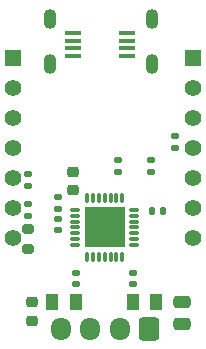
<source format=gbr>
%TF.GenerationSoftware,KiCad,Pcbnew,8.0.8*%
%TF.CreationDate,2025-03-31T18:12:56-07:00*%
%TF.ProjectId,stoplight,73746f70-6c69-4676-9874-2e6b69636164,0.1*%
%TF.SameCoordinates,Original*%
%TF.FileFunction,Soldermask,Bot*%
%TF.FilePolarity,Negative*%
%FSLAX46Y46*%
G04 Gerber Fmt 4.6, Leading zero omitted, Abs format (unit mm)*
G04 Created by KiCad (PCBNEW 8.0.8) date 2025-03-31 18:12:56*
%MOMM*%
%LPD*%
G01*
G04 APERTURE LIST*
G04 Aperture macros list*
%AMRoundRect*
0 Rectangle with rounded corners*
0 $1 Rounding radius*
0 $2 $3 $4 $5 $6 $7 $8 $9 X,Y pos of 4 corners*
0 Add a 4 corners polygon primitive as box body*
4,1,4,$2,$3,$4,$5,$6,$7,$8,$9,$2,$3,0*
0 Add four circle primitives for the rounded corners*
1,1,$1+$1,$2,$3*
1,1,$1+$1,$4,$5*
1,1,$1+$1,$6,$7*
1,1,$1+$1,$8,$9*
0 Add four rect primitives between the rounded corners*
20,1,$1+$1,$2,$3,$4,$5,0*
20,1,$1+$1,$4,$5,$6,$7,0*
20,1,$1+$1,$6,$7,$8,$9,0*
20,1,$1+$1,$8,$9,$2,$3,0*%
G04 Aperture macros list end*
%ADD10RoundRect,0.250000X0.600000X0.725000X-0.600000X0.725000X-0.600000X-0.725000X0.600000X-0.725000X0*%
%ADD11O,1.700000X1.950000*%
%ADD12R,1.400000X1.400000*%
%ADD13C,1.400000*%
%ADD14O,1.100000X1.700000*%
%ADD15RoundRect,0.250000X-0.475000X0.250000X-0.475000X-0.250000X0.475000X-0.250000X0.475000X0.250000X0*%
%ADD16RoundRect,0.140000X0.170000X-0.140000X0.170000X0.140000X-0.170000X0.140000X-0.170000X-0.140000X0*%
%ADD17R,1.130000X1.380000*%
%ADD18RoundRect,0.135000X-0.185000X0.135000X-0.185000X-0.135000X0.185000X-0.135000X0.185000X0.135000X0*%
%ADD19RoundRect,0.140000X-0.140000X-0.170000X0.140000X-0.170000X0.140000X0.170000X-0.140000X0.170000X0*%
%ADD20RoundRect,0.225000X-0.250000X0.225000X-0.250000X-0.225000X0.250000X-0.225000X0.250000X0.225000X0*%
%ADD21RoundRect,0.200000X0.275000X-0.200000X0.275000X0.200000X-0.275000X0.200000X-0.275000X-0.200000X0*%
%ADD22R,1.400000X0.410000*%
%ADD23RoundRect,0.135000X0.185000X-0.135000X0.185000X0.135000X-0.185000X0.135000X-0.185000X-0.135000X0*%
%ADD24O,0.900000X0.280000*%
%ADD25O,0.280000X0.900000*%
%ADD26R,3.500000X3.500000*%
%ADD27RoundRect,0.225000X0.250000X-0.225000X0.250000X0.225000X-0.250000X0.225000X-0.250000X-0.225000X0*%
G04 APERTURE END LIST*
D10*
%TO.C,J1*%
X154000000Y-94300000D03*
D11*
X151500000Y-94300000D03*
X149000000Y-94300000D03*
X146500000Y-94300000D03*
%TD*%
D12*
%TO.C,H1*%
X142484800Y-71348982D03*
D13*
X142484800Y-73888982D03*
X142484800Y-76428982D03*
X142484800Y-78968982D03*
X142484800Y-81508982D03*
X142484800Y-84048982D03*
X142484800Y-86588982D03*
%TD*%
D12*
%TO.C,H2*%
X157724800Y-71348982D03*
D13*
X157724800Y-73888982D03*
X157724800Y-76428982D03*
X157724800Y-78968982D03*
X157724800Y-81508982D03*
X157724800Y-84048982D03*
X157724800Y-86588982D03*
%TD*%
D14*
%TO.C,USB1*%
X154240000Y-71810000D03*
X154240000Y-68000000D03*
X145600000Y-71810000D03*
X145600000Y-68000000D03*
%TD*%
D15*
%TO.C,C18*%
X156800000Y-92000000D03*
X156800000Y-93900000D03*
%TD*%
D16*
%TO.C,C15*%
X147800000Y-90480000D03*
X147800000Y-89520000D03*
%TD*%
D17*
%TO.C,R9*%
X152600000Y-92000000D03*
X154600000Y-92000000D03*
%TD*%
D18*
%TO.C,R6*%
X151374800Y-79971800D03*
X151374800Y-80991800D03*
%TD*%
D19*
%TO.C,C17*%
X154196800Y-84302982D03*
X155156800Y-84302982D03*
%TD*%
D16*
%TO.C,C11*%
X146294800Y-85914800D03*
X146294800Y-84954800D03*
%TD*%
D20*
%TO.C,C14*%
X144100000Y-92025000D03*
X144100000Y-93575000D03*
%TD*%
D18*
%TO.C,R12*%
X156200800Y-77950982D03*
X156200800Y-78970982D03*
%TD*%
%TO.C,R7*%
X154168800Y-79982982D03*
X154168800Y-81002982D03*
%TD*%
%TO.C,R11*%
X143754800Y-83728982D03*
X143754800Y-84748982D03*
%TD*%
D21*
%TO.C,R13*%
X143754800Y-87476982D03*
X143754800Y-85826982D03*
%TD*%
D22*
%TO.C,U4*%
X152150800Y-69214800D03*
X152150800Y-69864800D03*
X152150800Y-70524800D03*
X152150800Y-71174800D03*
X147550800Y-71174800D03*
X147550800Y-70524800D03*
X147550800Y-69864800D03*
X147550800Y-69214800D03*
%TD*%
D17*
%TO.C,R8*%
X147800000Y-92000000D03*
X145800000Y-92000000D03*
%TD*%
D16*
%TO.C,C12*%
X146294800Y-84084800D03*
X146294800Y-83124800D03*
%TD*%
D23*
%TO.C,R10*%
X143754800Y-82208982D03*
X143754800Y-81188982D03*
%TD*%
D24*
%TO.C,U3*%
X147731800Y-87188800D03*
X147731800Y-86688800D03*
X147731800Y-86188800D03*
X147731800Y-85688800D03*
X147731800Y-85188800D03*
X147731800Y-84688800D03*
X147731800Y-84188800D03*
D25*
X148731800Y-83188800D03*
X149231800Y-83188800D03*
X149731800Y-83188800D03*
X150231800Y-83188800D03*
X150731800Y-83188800D03*
X151231800Y-83188800D03*
X151731800Y-83188800D03*
D24*
X152731800Y-84188800D03*
X152731800Y-84688800D03*
X152731800Y-85188800D03*
X152731800Y-85688800D03*
X152731800Y-86188800D03*
X152731800Y-86688800D03*
X152731800Y-87188800D03*
D25*
X151731800Y-88188800D03*
X151231800Y-88188800D03*
X150731800Y-88188800D03*
X150231800Y-88188800D03*
X149731800Y-88188800D03*
X149231800Y-88188800D03*
X148731800Y-88188800D03*
D26*
X150231800Y-85688800D03*
%TD*%
D27*
%TO.C,C13*%
X147564800Y-82537982D03*
X147564800Y-80987982D03*
%TD*%
D16*
%TO.C,C16*%
X152600000Y-90480000D03*
X152600000Y-89520000D03*
%TD*%
M02*

</source>
